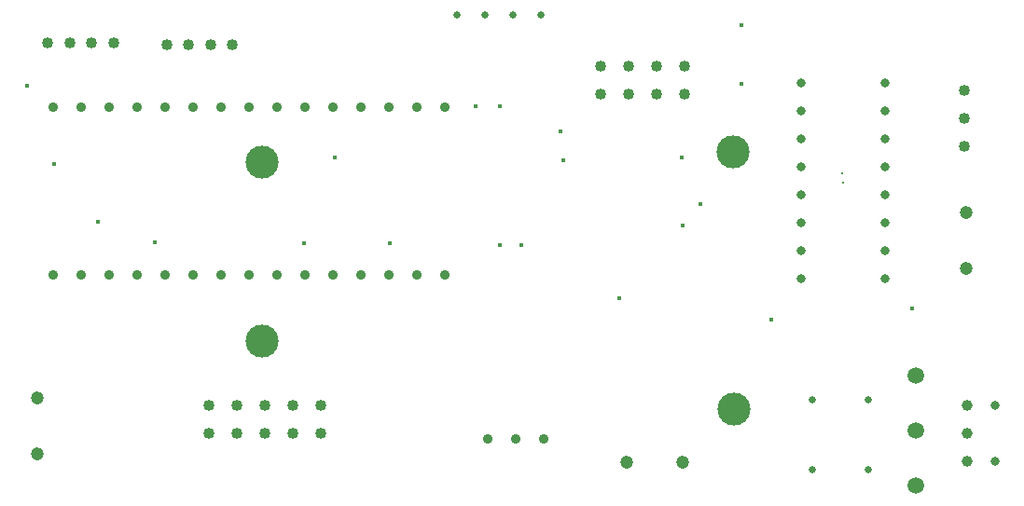
<source format=gbr>
G04 DesignSpark PCB Gerber Version 12.0 Build 5942*
%FSLAX35Y35*%
%MOIN*%
%ADD102C,0.00787*%
%ADD100C,0.01575*%
%ADD108C,0.02500*%
%ADD104C,0.03200*%
%ADD107C,0.03500*%
%ADD110C,0.03583*%
%ADD109C,0.03937*%
%ADD105C,0.04000*%
%ADD106C,0.04700*%
%ADD101C,0.05906*%
%ADD103C,0.11811*%
X0Y0D02*
D02*
D100*
X46707Y186234D03*
X56549Y158281D03*
X72297Y137809D03*
X92376Y130329D03*
X145919Y129935D03*
X156943Y160644D03*
X176628Y129935D03*
X207337Y179148D03*
X215998Y129541D03*
Y179148D03*
X223478Y129541D03*
X237652Y170093D03*
X238439Y159856D03*
X258518Y110250D03*
X280959Y160644D03*
X281352Y136234D03*
X287652Y144108D03*
X302219Y187022D03*
Y207888D03*
X312848Y102770D03*
X363242Y106707D03*
D02*
D101*
X364620Y43321D03*
Y63006D03*
Y82691D03*
D02*
D102*
X338045Y155014D03*
X338400Y151785D03*
D02*
D103*
X130959Y94896D03*
Y159069D03*
X299069Y162612D03*
X299463Y70880D03*
D02*
D104*
X323439Y117376D03*
Y127376D03*
Y137376D03*
Y147376D03*
Y157376D03*
Y167376D03*
Y177376D03*
Y187376D03*
X353439Y117376D03*
Y127376D03*
Y137376D03*
Y147376D03*
Y157376D03*
Y167376D03*
Y177376D03*
Y187376D03*
X392848Y52219D03*
Y72219D03*
D02*
D105*
X54187Y201589D03*
X62061D03*
X69935D03*
X77809D03*
X96707Y201195D03*
X104581D03*
X111746Y61943D03*
Y71943D03*
X112455Y201195D03*
X120329D03*
X121746Y61943D03*
Y71943D03*
X131746Y61943D03*
Y71943D03*
X141746Y61943D03*
Y71943D03*
X151746Y61943D03*
Y71943D03*
X252017Y183260D03*
Y193259D03*
X262017Y183260D03*
Y193259D03*
X272017Y183260D03*
Y193259D03*
X282017Y183260D03*
Y193259D03*
X381904Y164817D03*
Y174817D03*
Y184817D03*
D02*
D106*
X50506Y54581D03*
Y74581D03*
X261116Y51726D03*
X281116D03*
X382474Y120998D03*
Y140998D03*
D02*
D107*
X56267Y118587D03*
Y178587D03*
X66267Y118587D03*
Y178587D03*
X76267Y118587D03*
Y178587D03*
X86267Y118587D03*
Y178587D03*
X96267Y118587D03*
Y178587D03*
X106267Y118587D03*
Y178587D03*
X116267Y118587D03*
Y178587D03*
X126267Y118587D03*
Y178587D03*
X136267Y118587D03*
Y178587D03*
X146267Y118587D03*
Y178587D03*
X156267Y118587D03*
Y178587D03*
X166267Y118587D03*
Y178587D03*
X176267Y118587D03*
Y178587D03*
X186267Y118587D03*
Y178587D03*
X196267Y118587D03*
Y178587D03*
D02*
D108*
X200683Y211608D03*
X210683D03*
X220683D03*
X230683D03*
X327455Y49030D03*
Y74030D03*
X347455Y49030D03*
Y74030D03*
D02*
D109*
X382848Y52219D03*
Y62219D03*
Y72219D03*
D02*
D110*
X211549Y60053D03*
X221549D03*
X231549D03*
X0Y0D02*
M02*

</source>
